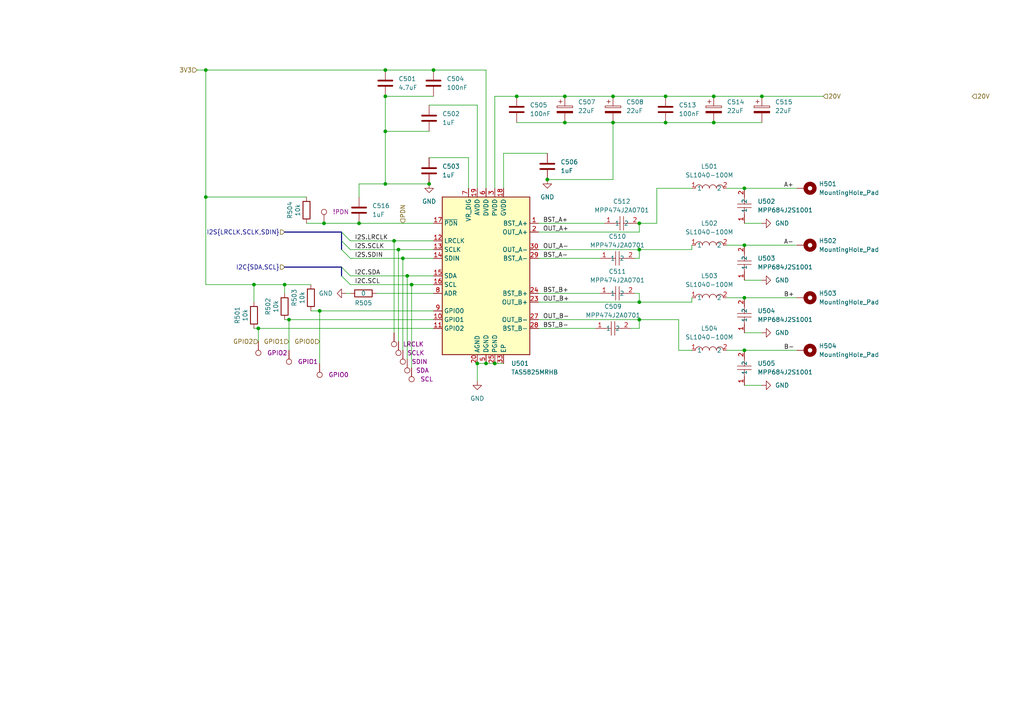
<source format=kicad_sch>
(kicad_sch (version 20231120) (generator "eeschema") (generator_version "8.0")
  (paper "A4")
  (lib_symbols
    (symbol "Amplifier_Audio:TAS5825MRHB"
      (property "Reference" "U" (at -11.43 24.13 0))
      (property "Value" "TAS5825MRHB" (at 13.97 24.13 0))
      (symbol "TAS5825MRHB_0_1"
        (rectangle (start -12.7 22.86) (end 12.7 -22.86) (stroke (width 0.254)) (fill (type background)))
      )
      (symbol "TAS5825MRHB_1_1"
        (pin passive line (at 15.24 15.24 180) (length 2.54) (name "BST_A+") (number "1"))
        (pin bidirectional line (at -15.24 -12.7 0) (length 2.54) (name "GPIO1") (number "10"))
        (pin bidirectional line (at -15.24 -15.24 0) (length 2.54) (name "GPIO2") (number "11"))
        (pin input line (at -15.24 10.16 0) (length 2.54) (name "LRCLK") (number "12"))
        (pin input line (at -15.24 7.62 0) (length 2.54) (name "SCLK") (number "13"))
        (pin input line (at -15.24 5.08 0) (length 2.54) (name "SDIN") (number "14"))
        (pin bidirectional line (at -15.24 0 0) (length 2.54) (name "SDA") (number "15"))
        (pin input line (at -15.24 -2.54 0) (length 2.54) (name "SCL") (number "16"))
        (pin input line (at -15.24 15.24 0) (length 2.54) (name "~{PDN}") (number "17"))
        (pin passive line (at 5.08 25.4 270) (length 2.54) (name "GVDD") (number "18"))
        (pin passive line (at -2.54 25.4 270) (length 2.54) (name "AVDD") (number "19"))
        (pin output line (at 15.24 12.7 180) (length 2.54) (name "OUT_A+") (number "2"))
        (pin power_in line (at -2.54 -25.4 90) (length 2.54) (name "AGND") (number "20"))
        (pin passive line (at 2.54 25.4 270) (length 2.54) hide (name "PVDD") (number "21"))
        (pin passive line (at 2.54 25.4 270) (length 2.54) hide (name "PVDD") (number "22"))
        (pin output line (at 15.24 -7.62 180) (length 2.54) (name "OUT_B+") (number "23"))
        (pin passive line (at 15.24 -5.08 180) (length 2.54) (name "BST_B+") (number "24"))
        (pin power_in line (at 2.54 -25.4 90) (length 2.54) (name "PGND") (number "25"))
        (pin passive line (at 2.54 -25.4 90) (length 2.54) hide (name "PGND") (number "26"))
        (pin output line (at 15.24 -12.7 180) (length 2.54) (name "OUT_B-") (number "27"))
        (pin passive line (at 15.24 -15.24 180) (length 2.54) (name "BST_B-") (number "28"))
        (pin passive line (at 15.24 5.08 180) (length 2.54) (name "BST_A-") (number "29"))
        (pin power_in line (at 2.54 25.4 270) (length 2.54) (name "PVDD") (number "3"))
        (pin output line (at 15.24 7.62 180) (length 2.54) (name "OUT_A-") (number "30"))
        (pin passive line (at 2.54 -25.4 90) (length 2.54) hide (name "PGND") (number "31"))
        (pin passive line (at 2.54 -25.4 90) (length 2.54) hide (name "PGND") (number "32"))
        (pin passive line (at 5.08 -25.4 90) (length 2.54) (name "EP") (number "33"))
        (pin passive line (at 2.54 25.4 270) (length 2.54) hide (name "PVDD") (number "4"))
        (pin power_in line (at 0 -25.4 90) (length 2.54) (name "DGND") (number "5"))
        (pin power_in line (at 0 25.4 270) (length 2.54) (name "DVDD") (number "6"))
        (pin passive line (at -5.08 25.4 270) (length 2.54) (name "VR_DIG") (number "7"))
        (pin passive line (at -15.24 -5.08 0) (length 2.54) (name "ADR") (number "8"))
        (pin bidirectional line (at -15.24 -10.16 0) (length 2.54) (name "GPIO0") (number "9"))
      )
    )
    (symbol "Device:C" (pin_numbers hide) (pin_names (offset 0.254))
      (property "Reference" "C" (at 0.635 2.54 0))
      (property "Value" "C" (at 0.635 -2.54 0))
      (symbol "C_0_1"
        (polyline (pts (xy -2.032 -0.762) (xy 2.032 -0.762)) (stroke (width 0.508)))
        (polyline (pts (xy -2.032 0.762) (xy 2.032 0.762)) (stroke (width 0.508)))
      )
      (symbol "C_1_1"
        (pin passive line (at 0 3.81 270) (length 2.794) (name "~") (number "1"))
        (pin passive line (at 0 -3.81 90) (length 2.794) (name "~") (number "2"))
      )
    )
    (symbol "Device:C_Polarized" (pin_numbers hide) (pin_names (offset 0.254))
      (property "Reference" "C" (at 0.635 2.54 0))
      (property "Value" "C_Polarized" (at 0.635 -2.54 0))
      (symbol "C_Polarized_0_1"
        (rectangle (start -2.286 0.508) (end 2.286 1.016))
        (polyline (pts (xy -1.778 2.286) (xy -0.762 2.286)))
        (polyline (pts (xy -1.27 2.794) (xy -1.27 1.778)))
        (rectangle (start 2.286 -0.508) (end -2.286 -1.016) (fill (type outline)))
      )
      (symbol "C_Polarized_1_1"
        (pin passive line (at 0 3.81 270) (length 2.794) (name "~") (number "1"))
        (pin passive line (at 0 -3.81 90) (length 2.794) (name "~") (number "2"))
      )
    )
    (symbol "Device:R" (pin_numbers hide) (pin_names (offset 0))
      (property "Reference" "R" (at 2.032 0 90))
      (property "Value" "R" (at 0 0 90))
      (symbol "R_0_1"
        (rectangle (start -1.016 -2.54) (end 1.016 2.54) (stroke (width 0.254)))
      )
      (symbol "R_1_1"
        (pin passive line (at 0 3.81 270) (length 1.27) (name "~") (number "1"))
        (pin passive line (at 0 -3.81 90) (length 1.27) (name "~") (number "2"))
      )
    )
    (symbol "Mechanical:MountingHole_Pad" (pin_numbers hide) (pin_names (offset 1.016) hide) (exclude_from_sim yes) (in_bom no)
      (property "Reference" "H" (at 0 6.35 0))
      (property "Value" "MountingHole_Pad" (at 0 4.445 0))
      (symbol "MountingHole_Pad_0_1"
        (circle (center 0 1.27) (radius 1.27) (stroke (width 1.27)))
      )
      (symbol "MountingHole_Pad_1_1"
        (pin input line (at 0 -2.54 90) (length 2.54) (name "1") (number "1"))
      )
    )
    (symbol "easyeda2kicad:LabeledTestPoint" (pin_numbers hide) (pin_names (offset 0.762) hide) (in_bom no)
      (property "Label" "label" (at 0 5.08 0))
      (symbol "LabeledTestPoint_0_1"
        (circle (center 0 3.302) (radius 0.762))
      )
      (symbol "LabeledTestPoint_1_1"
        (pin passive line (at 0 0 90) (length 2.54) (name "1") (number "1"))
      )
    )
    (symbol "easyeda2kicad:MPP474J2A0701"
      (property "Reference" "C" (at 0 5.08 0))
      (property "Value" "MPP474J2A0701" (at 0 -5.08 0))
      (symbol "MPP474J2A0701_0_1"
        (polyline (pts (xy -0.51 -2.03) (xy -0.51 2.03)))
        (polyline (pts (xy -0.51 0) (xy -2.54 0)))
        (polyline (pts (xy 0.51 2.03) (xy 0.51 -2.03)))
        (polyline (pts (xy 2.54 0) (xy 0.51 0)))
        (pin unspecified line (at -5.08 0 0) (length 2.54) (name "1") (number "1"))
        (pin unspecified line (at 5.08 0 180) (length 2.54) (name "2") (number "2"))
      )
    )
    (symbol "easyeda2kicad:MPP684J2S1001"
      (property "Reference" "U" (at 0 5.08 0))
      (property "Value" "MPP684J2S1001" (at 0 -5.08 0))
      (symbol "MPP684J2S1001_0_1"
        (polyline (pts (xy -0.51 -2.03) (xy -0.51 2.03)))
        (polyline (pts (xy -0.51 0) (xy -2.54 0)))
        (polyline (pts (xy 0.51 2.03) (xy 0.51 -2.03)))
        (polyline (pts (xy 2.54 0) (xy 0.51 0)))
        (pin unspecified line (at -5.08 0 0) (length 2.54) (name "1") (number "1"))
        (pin unspecified line (at 5.08 0 180) (length 2.54) (name "2") (number "2"))
      )
    )
    (symbol "easyeda2kicad:SL1040-100M"
      (property "Reference" "L" (at 0 5.08 0))
      (property "Value" "SL1040-100M" (at 0 -5.08 0))
      (symbol "SL1040-100M_0_1"
        (arc (start -2.03 0.01) (mid -3.055 1.013) (end -4.06 -0.01))
        (arc (start 0 0.01) (mid -1.025 1.013) (end -2.03 -0.01))
        (arc (start 2.03 0.01) (mid 1.005 1.013) (end 0 -0.01))
        (arc (start 4.06 0.01) (mid 3.035 1.013) (end 2.03 -0.01))
        (pin unspecified line (at -5.08 0 0) (length 1.016) (name "1") (number "1"))
        (pin unspecified line (at 5.08 0 180) (length 1.016) (name "2") (number "2"))
      )
    )
    (symbol "power:GND" (power) (pin_numbers hide) (pin_names (offset 0) hide)
      (property "Value" "GND" (at 0 -3.81 0))
      (symbol "GND_0_1"
        (polyline (pts (xy 0 0) (xy 0 -1.27) (xy 1.27 -1.27) (xy 0 -2.54) (xy -1.27 -1.27) (xy 0 -1.27)))
      )
      (symbol "GND_1_1"
        (pin power_in line (at 0 0 270) (length 0) (name "~") (number "1"))
      )
    )
  )
  (junction (at 93.98 64.77))
  (junction (at 163.83 35.56))
  (junction (at 158.75 52.07))
  (junction (at 140.97 105.41))
  (junction (at 111.76 27.94))
  (junction (at 163.83 27.94))
  (junction (at 119.38 82.55))
  (junction (at 177.8 27.94))
  (junction (at 92.71 90.17))
  (junction (at 114.3 69.85))
  (junction (at 111.76 38.1))
  (junction (at 59.69 20.32))
  (junction (at 83.82 92.71))
  (junction (at 115.57 72.39))
  (junction (at 73.66 82.55))
  (junction (at 185.42 72.39))
  (junction (at 138.43 105.41))
  (junction (at 185.42 64.77))
  (junction (at 215.9 86.36))
  (junction (at 220.98 27.94))
  (junction (at 143.51 105.41))
  (junction (at 177.8 35.56))
  (junction (at 116.84 74.93))
  (junction (at 193.04 35.56))
  (junction (at 59.69 57.15))
  (junction (at 207.01 27.94))
  (junction (at 118.11 80.01))
  (junction (at 111.76 20.32))
  (junction (at 111.76 53.34))
  (junction (at 149.86 27.94))
  (junction (at 215.9 101.6))
  (junction (at 185.42 87.63))
  (junction (at 124.46 53.34))
  (junction (at 74.93 95.25))
  (junction (at 193.04 27.94))
  (junction (at 125.73 20.32))
  (junction (at 82.55 82.55))
  (junction (at 215.9 54.61))
  (junction (at 215.9 71.12))
  (junction (at 207.01 35.56))
  (junction (at 104.14 64.77))
  (junction (at 185.42 92.71))
  (bus_entry (at 99.06 67.31) (size 2.54 2.54))
  (bus_entry (at 99.06 72.39) (size 2.54 2.54))
  (bus_entry (at 99.06 77.47) (size 2.54 2.54))
  (bus_entry (at 99.06 69.85) (size 2.54 2.54))
  (bus_entry (at 99.06 80.01) (size 2.54 2.54))
  (wire (pts (xy 135.89 54.61) (xy 135.89 45.72)))
  (wire (pts (xy 185.42 74.93) (xy 185.42 72.39)))
  (wire (pts (xy 124.46 38.1) (xy 111.76 38.1)))
  (wire (pts (xy 200.66 87.63) (xy 200.66 86.36)))
  (wire (pts (xy 200.66 72.39) (xy 200.66 71.12)))
  (wire (pts (xy 193.04 35.56) (xy 207.01 35.56)))
  (wire (pts (xy 101.6 74.93) (xy 116.84 74.93)))
  (wire (pts (xy 215.9 96.52) (xy 220.98 96.52)))
  (wire (pts (xy 59.69 57.15) (xy 59.69 20.32)))
  (bus (pts (xy 82.55 67.31) (xy 99.06 67.31)))
  (wire (pts (xy 143.51 27.94) (xy 143.51 54.61)))
  (wire (pts (xy 143.51 105.41) (xy 146.05 105.41)))
  (bus (pts (xy 99.06 69.85) (xy 99.06 72.39)))
  (wire (pts (xy 119.38 82.55) (xy 125.73 82.55)))
  (wire (pts (xy 138.43 105.41) (xy 140.97 105.41)))
  (wire (pts (xy 90.17 90.17) (xy 92.71 90.17)))
  (wire (pts (xy 82.55 82.55) (xy 73.66 82.55)))
  (wire (pts (xy 59.69 82.55) (xy 59.69 57.15)))
  (wire (pts (xy 115.57 72.39) (xy 115.57 99.06)))
  (wire (pts (xy 101.6 80.01) (xy 118.11 80.01)))
  (wire (pts (xy 73.66 82.55) (xy 59.69 82.55)))
  (bus (pts (xy 99.06 77.47) (xy 99.06 80.01)))
  (wire (pts (xy 101.6 69.85) (xy 114.3 69.85)))
  (wire (pts (xy 177.8 52.07) (xy 158.75 52.07)))
  (wire (pts (xy 92.71 90.17) (xy 92.71 105.41)))
  (wire (pts (xy 220.98 27.94) (xy 238.76 27.94)))
  (wire (pts (xy 74.93 95.25) (xy 74.93 99.06)))
  (wire (pts (xy 101.6 72.39) (xy 115.57 72.39)))
  (wire (pts (xy 92.71 90.17) (xy 125.73 90.17)))
  (wire (pts (xy 215.9 71.12) (xy 231.14 71.12)))
  (wire (pts (xy 73.66 95.25) (xy 74.93 95.25)))
  (wire (pts (xy 90.17 82.55) (xy 82.55 82.55)))
  (wire (pts (xy 156.21 87.63) (xy 185.42 87.63)))
  (wire (pts (xy 156.21 74.93) (xy 173.99 74.93)))
  (wire (pts (xy 207.01 27.94) (xy 220.98 27.94)))
  (wire (pts (xy 190.5 64.77) (xy 185.42 64.77)))
  (wire (pts (xy 210.82 54.61) (xy 215.9 54.61)))
  (wire (pts (xy 163.83 35.56) (xy 177.8 35.56)))
  (wire (pts (xy 215.9 86.36) (xy 231.14 86.36)))
  (wire (pts (xy 185.42 95.25) (xy 185.42 92.71)))
  (wire (pts (xy 177.8 35.56) (xy 177.8 52.07)))
  (wire (pts (xy 193.04 27.94) (xy 207.01 27.94)))
  (wire (pts (xy 138.43 105.41) (xy 138.43 110.49)))
  (wire (pts (xy 156.21 92.71) (xy 185.42 92.71)))
  (wire (pts (xy 163.83 27.94) (xy 177.8 27.94)))
  (wire (pts (xy 100.33 85.09) (xy 101.6 85.09)))
  (wire (pts (xy 118.11 80.01) (xy 125.73 80.01)))
  (wire (pts (xy 140.97 20.32) (xy 125.73 20.32)))
  (wire (pts (xy 74.93 95.25) (xy 125.73 95.25)))
  (wire (pts (xy 210.82 101.6) (xy 215.9 101.6)))
  (wire (pts (xy 140.97 54.61) (xy 140.97 20.32)))
  (wire (pts (xy 83.82 92.71) (xy 125.73 92.71)))
  (wire (pts (xy 177.8 35.56) (xy 193.04 35.56)))
  (wire (pts (xy 210.82 86.36) (xy 215.9 86.36)))
  (wire (pts (xy 59.69 20.32) (xy 111.76 20.32)))
  (wire (pts (xy 215.9 101.6) (xy 231.14 101.6)))
  (wire (pts (xy 185.42 72.39) (xy 200.66 72.39)))
  (wire (pts (xy 138.43 30.48) (xy 124.46 30.48)))
  (wire (pts (xy 59.69 57.15) (xy 88.9 57.15)))
  (wire (pts (xy 83.82 92.71) (xy 83.82 101.6)))
  (wire (pts (xy 190.5 64.77) (xy 190.5 54.61)))
  (wire (pts (xy 207.01 35.56) (xy 220.98 35.56)))
  (wire (pts (xy 140.97 105.41) (xy 143.51 105.41)))
  (wire (pts (xy 156.21 85.09) (xy 173.99 85.09)))
  (wire (pts (xy 57.15 20.32) (xy 59.69 20.32)))
  (wire (pts (xy 114.3 69.85) (xy 125.73 69.85)))
  (wire (pts (xy 88.9 64.77) (xy 93.98 64.77)))
  (wire (pts (xy 156.21 67.31) (xy 185.42 67.31)))
  (wire (pts (xy 185.42 85.09) (xy 185.42 87.63)))
  (wire (pts (xy 115.57 72.39) (xy 125.73 72.39)))
  (wire (pts (xy 73.66 82.55) (xy 73.66 87.63)))
  (wire (pts (xy 109.22 85.09) (xy 125.73 85.09)))
  (wire (pts (xy 101.6 82.55) (xy 119.38 82.55)))
  (wire (pts (xy 177.8 27.94) (xy 193.04 27.94)))
  (wire (pts (xy 138.43 54.61) (xy 138.43 30.48)))
  (wire (pts (xy 156.21 64.77) (xy 175.26 64.77)))
  (wire (pts (xy 215.9 54.61) (xy 231.14 54.61)))
  (wire (pts (xy 111.76 53.34) (xy 124.46 53.34)))
  (wire (pts (xy 184.15 85.09) (xy 185.42 85.09)))
  (wire (pts (xy 215.9 81.28) (xy 220.98 81.28)))
  (wire (pts (xy 111.76 20.32) (xy 125.73 20.32)))
  (wire (pts (xy 93.98 64.77) (xy 104.14 64.77)))
  (wire (pts (xy 111.76 38.1) (xy 111.76 53.34)))
  (bus (pts (xy 82.55 77.47) (xy 99.06 77.47)))
  (wire (pts (xy 196.85 101.6) (xy 200.66 101.6)))
  (wire (pts (xy 104.14 57.15) (xy 104.14 53.34)))
  (wire (pts (xy 185.42 92.71) (xy 196.85 92.71)))
  (wire (pts (xy 104.14 64.77) (xy 125.73 64.77)))
  (wire (pts (xy 182.88 95.25) (xy 185.42 95.25)))
  (wire (pts (xy 116.84 74.93) (xy 116.84 101.6)))
  (wire (pts (xy 82.55 82.55) (xy 82.55 85.09)))
  (wire (pts (xy 114.3 69.85) (xy 114.3 96.52)))
  (wire (pts (xy 149.86 27.94) (xy 163.83 27.94)))
  (wire (pts (xy 185.42 67.31) (xy 185.42 64.77)))
  (bus (pts (xy 99.06 67.31) (xy 99.06 69.85)))
  (wire (pts (xy 119.38 82.55) (xy 119.38 106.68)))
  (wire (pts (xy 190.5 54.61) (xy 200.66 54.61)))
  (wire (pts (xy 184.15 74.93) (xy 185.42 74.93)))
  (wire (pts (xy 116.84 74.93) (xy 125.73 74.93)))
  (wire (pts (xy 210.82 71.12) (xy 215.9 71.12)))
  (wire (pts (xy 215.9 64.77) (xy 220.98 64.77)))
  (wire (pts (xy 215.9 111.76) (xy 220.98 111.76)))
  (wire (pts (xy 156.21 72.39) (xy 185.42 72.39)))
  (wire (pts (xy 196.85 92.71) (xy 196.85 101.6)))
  (wire (pts (xy 149.86 35.56) (xy 163.83 35.56)))
  (wire (pts (xy 111.76 27.94) (xy 125.73 27.94)))
  (wire (pts (xy 118.11 80.01) (xy 118.11 104.14)))
  (wire (pts (xy 143.51 27.94) (xy 149.86 27.94)))
  (wire (pts (xy 104.14 53.34) (xy 111.76 53.34)))
  (wire (pts (xy 185.42 87.63) (xy 200.66 87.63)))
  (wire (pts (xy 156.21 95.25) (xy 172.72 95.25)))
  (wire (pts (xy 146.05 44.45) (xy 158.75 44.45)))
  (wire (pts (xy 82.55 92.71) (xy 83.82 92.71)))
  (wire (pts (xy 135.89 45.72) (xy 124.46 45.72)))
  (wire (pts (xy 146.05 54.61) (xy 146.05 44.45)))
  (wire (pts (xy 111.76 38.1) (xy 111.76 27.94)))
  (label "A-" (at 227.33 71.12 0))
  (label "OUT_B+" (at 157.48 87.63 0))
  (label "BST_B-" (at 157.48 95.25 0))
  (label "OUT_B-" (at 157.48 92.71 0))
  (label "BST_B+" (at 157.48 85.09 0))
  (label "I2S.LRCLK" (at 102.87 69.85 0))
  (label "I2C.SCL" (at 102.87 82.55 0))
  (label "BST_A-" (at 157.48 74.93 0))
  (label "B-" (at 227.33 101.6 0))
  (label "I2S.SCLK" (at 102.87 72.39 0))
  (label "I2S.SDIN" (at 102.87 74.93 0))
  (label "I2C.SDA" (at 102.87 80.01 0))
  (label "A+" (at 227.33 54.61 0))
  (label "OUT_A-" (at 157.48 72.39 0))
  (label "BST_A+" (at 157.48 64.77 0))
  (label "B+" (at 227.33 86.36 0))
  (label "OUT_A+" (at 157.48 67.31 0))
  (hierarchical_label "PDN" (shape input) (at 116.84 64.77 90))
  (hierarchical_label "GPIO1" (shape input) (at 83.82 99.06 180))
  (hierarchical_label "3V3" (shape input) (at 57.15 20.32 180))
  (hierarchical_label "GPIO2" (shape input) (at 74.93 99.06 180))
  (hierarchical_label "20V" (shape input) (at 281.94 27.94 0))
  (hierarchical_label "I2C{SDA,SCL}" (shape input) (at 82.55 77.47 180))
  (hierarchical_label "GPIO0" (shape input) (at 92.71 99.06 180))
  (hierarchical_label "I2S{LRCLK,SCLK,SDIN}" (shape input) (at 82.55 67.31 180))
  (hierarchical_label "20V" (shape input) (at 238.76 27.94 0))
  (symbol (lib_id "easyeda2kicad:MPP474J2A0701") (at 179.07 85.09 0) (unit 1)
    (property "Reference" "C511" (at 179.07 78.74 0))
    (property "Value" "MPP474J2A0701" (at 179.07 81.28 0))
    (property "Footprint" "easyeda2kicad:CAP-TH_L9.5-W3.7-P7.50-D0.5" (effects (hide yes)))
    (property "LCSC Part" "C3019096" (effects (hide yes)))
  )
  (symbol (lib_id "easyeda2kicad:SL1040-100M") (at 205.74 101.6 0) (unit 1)
    (property "Reference" "L504" (at 205.74 95.25 0))
    (property "Value" "SL1040-100M" (at 205.74 97.79 0))
    (property "Footprint" "easyeda2kicad:IND-SMD_L11.0-W10.2" (effects (hide yes)))
    (property "LCSC Part" "C22463839" (effects (hide yes)))
  )
  (symbol (lib_id "easyeda2kicad:LabeledTestPoint") (at 74.93 99.06 180) (unit 1) (in_bom no)
    (property "Reference" "TP501" (effects (hide yes)))
    (property "Value" "LabeledTestPoint" (effects (hide yes)))
    (property "Footprint" "easyeda2kicad:LabeledTestPoint" (effects (hide yes)))
    (property "Description" "test point" (effects (hide yes)))
    (property "Label" "GPIO2" (at 77.47 102.3619 0) (effects (justify right)))
  )
  (symbol (lib_id "power:GND") (at 220.98 64.77 90) (unit 1)
    (property "Reference" "#PWR0505" (effects (hide yes)))
    (property "Value" "GND" (at 224.79 64.7699 90) (effects (justify right)))
    (property "Description" "Power symbol creates a global label with name \"GND\" , ground" (effects (hide yes)))
  )
  (symbol (lib_id "easyeda2kicad:LabeledTestPoint") (at 83.82 101.6 180) (unit 1) (in_bom no)
    (property "Reference" "TP502" (effects (hide yes)))
    (property "Value" "LabeledTestPoint" (effects (hide yes)))
    (property "Footprint" "easyeda2kicad:LabeledTestPoint" (effects (hide yes)))
    (property "Description" "test point" (effects (hide yes)))
    (property "Label" "GPIO1" (at 86.36 104.9019 0) (effects (justify right)))
  )
  (symbol (lib_id "power:GND") (at 138.43 110.49 0) (unit 1)
    (property "Reference" "#PWR0503" (effects (hide yes)))
    (property "Value" "GND" (at 138.43 115.57 0))
    (property "Description" "Power symbol creates a global label with name \"GND\" , ground" (effects (hide yes)))
  )
  (symbol (lib_id "Device:R") (at 73.66 91.44 0) (unit 1)
    (property "Reference" "R501" (at 68.834 91.44 90))
    (property "Value" "10k" (at 71.12 91.44 90))
    (property "Footprint" "Resistor_SMD:R_0603_1608Metric" (effects (hide yes)))
    (property "Description" "Resistor" (effects (hide yes)))
  )
  (symbol (lib_id "power:GND") (at 158.75 52.07 0) (unit 1)
    (property "Reference" "#PWR0504" (effects (hide yes)))
    (property "Value" "GND" (at 158.75 57.15 0))
    (property "Description" "Power symbol creates a global label with name \"GND\" , ground" (effects (hide yes)))
  )
  (symbol (lib_id "Mechanical:MountingHole_Pad") (at 233.68 54.61 270) (unit 1) (exclude_from_sim yes) (in_bom no)
    (property "Reference" "H501" (at 237.49 53.3399 90) (effects (justify left)))
    (property "Value" "MountingHole_Pad" (at 237.49 55.8799 90) (effects (justify left)))
    (property "Footprint" "MountingHole:MountingHole_4mm_Pad_Via" (effects (hide yes)))
    (property "Description" "Mounting Hole with connection" (effects (hide yes)))
  )
  (symbol (lib_id "Device:R") (at 90.17 86.36 0) (unit 1)
    (property "Reference" "R503" (at 85.344 86.36 90))
    (property "Value" "10k" (at 87.63 86.36 90))
    (property "Footprint" "Resistor_SMD:R_0603_1608Metric" (effects (hide yes)))
    (property "Description" "Resistor" (effects (hide yes)))
  )
  (symbol (lib_id "Device:C_Polarized") (at 177.8 31.75 0) (unit 1)
    (property "Reference" "C508" (at 181.61 29.5909 0) (effects (justify left)))
    (property "Value" "22uF" (at 181.61 32.1309 0) (effects (justify left)))
    (property "Footprint" "Capacitor_SMD:C_Elec_5x5.8" (effects (hide yes)))
    (property "Description" "Polarized capacitor" (effects (hide yes)))
    (property "LCSC Part" "C336246" (effects (hide yes)))
  )
  (symbol (lib_id "Device:R") (at 82.55 88.9 0) (unit 1)
    (property "Reference" "R502" (at 77.724 88.9 90))
    (property "Value" "10k" (at 80.01 88.9 90))
    (property "Footprint" "Resistor_SMD:R_0603_1608Metric" (effects (hide yes)))
    (property "Description" "Resistor" (effects (hide yes)))
  )
  (symbol (lib_id "Device:C_Polarized") (at 220.98 31.75 0) (unit 1)
    (property "Reference" "C515" (at 224.79 29.5909 0) (effects (justify left)))
    (property "Value" "22uF" (at 224.79 32.1309 0) (effects (justify left)))
    (property "Footprint" "Capacitor_SMD:C_Elec_5x5.8" (effects (hide yes)))
    (property "Description" "Polarized capacitor" (effects (hide yes)))
    (property "LCSC Part" "C336246" (effects (hide yes)))
  )
  (symbol (lib_id "Device:C") (at 125.73 24.13 0) (unit 1)
    (property "Reference" "C504" (at 129.54 22.8599 0) (effects (justify left)))
    (property "Value" "100nF" (at 129.54 25.3999 0) (effects (justify left)))
    (property "Footprint" "Capacitor_SMD:C_0603_1608Metric" (effects (hide yes)))
    (property "Description" "Unpolarized capacitor" (effects (hide yes)))
  )
  (symbol (lib_id "Device:C_Polarized") (at 163.83 31.75 0) (unit 1)
    (property "Reference" "C507" (at 167.64 29.5909 0) (effects (justify left)))
    (property "Value" "22uF" (at 167.64 32.1309 0) (effects (justify left)))
    (property "Footprint" "Capacitor_SMD:C_Elec_5x5.8" (effects (hide yes)))
    (property "Description" "Polarized capacitor" (effects (hide yes)))
    (property "LCSC Part" "C336246" (effects (hide yes)))
  )
  (symbol (lib_id "easyeda2kicad:MPP684J2S1001") (at 215.9 59.69 90) (unit 1)
    (property "Reference" "U502" (at 219.71 58.4199 90) (effects (justify right)))
    (property "Value" "MPP684J2S1001" (at 219.71 60.9599 90) (effects (justify right)))
    (property "Footprint" "easyeda2kicad:CAP-TH_L12.0-W5.8-P10.00-D0.6" (effects (hide yes)))
    (property "LCSC Part" "C3019017" (effects (hide yes)))
  )
  (symbol (lib_id "Device:C") (at 193.04 31.75 0) (unit 1)
    (property "Reference" "C513" (at 196.85 30.4799 0) (effects (justify left)))
    (property "Value" "100nF" (at 196.85 33.0199 0) (effects (justify left)))
    (property "Footprint" "Capacitor_SMD:C_0603_1608Metric" (effects (hide yes)))
    (property "Description" "Unpolarized capacitor" (effects (hide yes)))
  )
  (symbol (lib_id "easyeda2kicad:SL1040-100M") (at 205.74 71.12 0) (unit 1)
    (property "Reference" "L502" (at 205.74 64.77 0))
    (property "Value" "SL1040-100M" (at 205.74 67.31 0))
    (property "Footprint" "easyeda2kicad:IND-SMD_L11.0-W10.2" (effects (hide yes)))
    (property "LCSC Part" "C22463839" (effects (hide yes)))
  )
  (symbol (lib_id "Mechanical:MountingHole_Pad") (at 233.68 86.36 270) (unit 1) (exclude_from_sim yes) (in_bom no)
    (property "Reference" "H503" (at 237.49 85.0899 90) (effects (justify left)))
    (property "Value" "MountingHole_Pad" (at 237.49 87.6299 90) (effects (justify left)))
    (property "Footprint" "MountingHole:MountingHole_4mm_Pad_Via" (effects (hide yes)))
    (property "Description" "Mounting Hole with connection" (effects (hide yes)))
  )
  (symbol (lib_id "easyeda2kicad:LabeledTestPoint") (at 93.98 64.77 0) (unit 1) (in_bom no)
    (property "Reference" "TP509" (effects (hide yes)))
    (property "Value" "LabeledTestPoint" (effects (hide yes)))
    (property "Footprint" "easyeda2kicad:LabeledTestPoint" (effects (hide yes)))
    (property "Description" "test point" (effects (hide yes)))
    (property "Label" "!PDN" (at 96.52 61.4679 0) (effects (justify left)))
  )
  (symbol (lib_id "Device:C") (at 104.14 60.96 0) (unit 1)
    (property "Reference" "C516" (at 107.95 59.6899 0) (effects (justify left)))
    (property "Value" "1uF" (at 107.95 62.2299 0) (effects (justify left)))
    (property "Footprint" "Capacitor_SMD:C_0603_1608Metric" (effects (hide yes)))
    (property "Description" "Unpolarized capacitor" (effects (hide yes)))
  )
  (symbol (lib_id "power:GND") (at 220.98 81.28 90) (unit 1)
    (property "Reference" "#PWR0506" (effects (hide yes)))
    (property "Value" "GND" (at 224.79 81.2799 90) (effects (justify right)))
    (property "Description" "Power symbol creates a global label with name \"GND\" , ground" (effects (hide yes)))
  )
  (symbol (lib_id "power:GND") (at 220.98 96.52 90) (unit 1)
    (property "Reference" "#PWR0507" (effects (hide yes)))
    (property "Value" "GND" (at 224.79 96.5199 90) (effects (justify right)))
    (property "Description" "Power symbol creates a global label with name \"GND\" , ground" (effects (hide yes)))
  )
  (symbol (lib_id "easyeda2kicad:LabeledTestPoint") (at 114.3 96.52 180) (unit 1) (in_bom no)
    (property "Reference" "TP504" (effects (hide yes)))
    (property "Value" "LabeledTestPoint" (effects (hide yes)))
    (property "Footprint" "easyeda2kicad:LabeledTestPoint" (effects (hide yes)))
    (property "Description" "test point" (effects (hide yes)))
    (property "Label" "LRCLK" (at 116.84 99.8219 0) (effects (justify right)))
  )
  (symbol (lib_id "easyeda2kicad:LabeledTestPoint") (at 119.38 106.68 180) (unit 1) (in_bom no)
    (property "Reference" "TP508" (effects (hide yes)))
    (property "Value" "LabeledTestPoint" (effects (hide yes)))
    (property "Footprint" "easyeda2kicad:LabeledTestPoint" (effects (hide yes)))
    (property "Description" "test point" (effects (hide yes)))
    (property "Label" "SCL" (at 121.92 109.9819 0) (effects (justify right)))
  )
  (symbol (lib_id "power:GND") (at 124.46 53.34 0) (unit 1)
    (property "Reference" "#PWR0502" (effects (hide yes)))
    (property "Value" "GND" (at 124.46 58.42 0))
    (property "Description" "Power symbol creates a global label with name \"GND\" , ground" (effects (hide yes)))
  )
  (symbol (lib_id "Device:R") (at 105.41 85.09 270) (unit 1)
    (property "Reference" "R505" (at 105.41 87.884 90))
    (property "Value" "0" (at 105.41 85.09 90))
    (property "Footprint" "Resistor_SMD:R_0603_1608Metric" (effects (hide yes)))
    (property "Description" "Resistor" (effects (hide yes)))
  )
  (symbol (lib_id "Device:C") (at 111.76 24.13 0) (unit 1)
    (property "Reference" "C501" (at 115.57 22.8599 0) (effects (justify left)))
    (property "Value" "4.7uF" (at 115.57 25.3999 0) (effects (justify left)))
    (property "Footprint" "Capacitor_SMD:C_0603_1608Metric" (effects (hide yes)))
    (property "Description" "Unpolarized capacitor" (effects (hide yes)))
  )
  (symbol (lib_id "Device:R") (at 88.9 60.96 0) (unit 1)
    (property "Reference" "R504" (at 84.074 60.96 90))
    (property "Value" "10k" (at 86.36 60.96 90))
    (property "Footprint" "Resistor_SMD:R_0603_1608Metric" (effects (hide yes)))
    (property "Description" "Resistor" (effects (hide yes)))
  )
  (symbol (lib_id "easyeda2kicad:MPP474J2A0701") (at 177.8 95.25 0) (unit 1)
    (property "Reference" "C509" (at 177.8 88.9 0))
    (property "Value" "MPP474J2A0701" (at 177.8 91.44 0))
    (property "Footprint" "easyeda2kicad:CAP-TH_L9.5-W3.7-P7.50-D0.5" (effects (hide yes)))
    (property "LCSC Part" "C3019096" (effects (hide yes)))
  )
  (symbol (lib_id "easyeda2kicad:SL1040-100M") (at 205.74 86.36 0) (unit 1)
    (property "Reference" "L503" (at 205.74 80.01 0))
    (property "Value" "SL1040-100M" (at 205.74 82.55 0))
    (property "Footprint" "easyeda2kicad:IND-SMD_L11.0-W10.2" (effects (hide yes)))
    (property "LCSC Part" "C22463839" (effects (hide yes)))
  )
  (symbol (lib_id "easyeda2kicad:MPP684J2S1001") (at 215.9 91.44 90) (unit 1)
    (property "Reference" "U504" (at 219.71 90.1699 90) (effects (justify right)))
    (property "Value" "MPP684J2S1001" (at 219.71 92.7099 90) (effects (justify right)))
    (property "Footprint" "easyeda2kicad:CAP-TH_L12.0-W5.8-P10.00-D0.6" (effects (hide yes)))
    (property "LCSC Part" "C3019017" (effects (hide yes)))
  )
  (symbol (lib_id "easyeda2kicad:MPP474J2A0701") (at 179.07 74.93 0) (unit 1)
    (property "Reference" "C510" (at 179.07 68.58 0))
    (property "Value" "MPP474J2A0701" (at 179.07 71.12 0))
    (property "Footprint" "easyeda2kicad:CAP-TH_L9.5-W3.7-P7.50-D0.5" (effects (hide yes)))
    (property "LCSC Part" "C3019096" (effects (hide yes)))
  )
  (symbol (lib_id "Mechanical:MountingHole_Pad") (at 233.68 101.6 270) (unit 1) (exclude_from_sim yes) (in_bom no)
    (property "Reference" "H504" (at 237.49 100.3299 90) (effects (justify left)))
    (property "Value" "MountingHole_Pad" (at 237.49 102.8699 90) (effects (justify left)))
    (property "Footprint" "MountingHole:MountingHole_4mm_Pad_Via" (effects (hide yes)))
    (property "Description" "Mounting Hole with connection" (effects (hide yes)))
  )
  (symbol (lib_id "easyeda2kicad:LabeledTestPoint") (at 115.57 99.06 180) (unit 1) (in_bom no)
    (property "Reference" "TP505" (effects (hide yes)))
    (property "Value" "LabeledTestPoint" (effects (hide yes)))
    (property "Footprint" "easyeda2kicad:LabeledTestPoint" (effects (hide yes)))
    (property "Description" "test point" (effects (hide yes)))
    (property "Label" "SCLK" (at 118.11 102.3619 0) (effects (justify right)))
  )
  (symbol (lib_id "easyeda2kicad:MPP474J2A0701") (at 180.34 64.77 0) (unit 1)
    (property "Reference" "C512" (at 180.34 58.42 0))
    (property "Value" "MPP474J2A0701" (at 180.34 60.96 0))
    (property "Footprint" "easyeda2kicad:CAP-TH_L9.5-W3.7-P7.50-D0.5" (effects (hide yes)))
    (property "LCSC Part" "C3019096" (effects (hide yes)))
  )
  (symbol (lib_id "Device:C") (at 124.46 34.29 0) (unit 1)
    (property "Reference" "C502" (at 128.27 33.0199 0) (effects (justify left)))
    (property "Value" "1uF" (at 128.27 35.5599 0) (effects (justify left)))
    (property "Footprint" "Capacitor_SMD:C_0603_1608Metric" (effects (hide yes)))
    (property "Description" "Unpolarized capacitor" (effects (hide yes)))
  )
  (symbol (lib_id "easyeda2kicad:LabeledTestPoint") (at 92.71 105.41 180) (unit 1) (in_bom no)
    (property "Reference" "TP503" (effects (hide yes)))
    (property "Value" "LabeledTestPoint" (effects (hide yes)))
    (property "Footprint" "easyeda2kicad:LabeledTestPoint" (effects (hide yes)))
    (property "Description" "test point" (effects (hide yes)))
    (property "Label" "GPIO0" (at 95.25 108.7119 0) (effects (justify right)))
  )
  (symbol (lib_id "easyeda2kicad:MPP684J2S1001") (at 215.9 106.68 90) (unit 1)
    (property "Reference" "U505" (at 219.71 105.4099 90) (effects (justify right)))
    (property "Value" "MPP684J2S1001" (at 219.71 107.9499 90) (effects (justify right)))
    (property "Footprint" "easyeda2kicad:CAP-TH_L12.0-W5.8-P10.00-D0.6" (effects (hide yes)))
    (property "LCSC Part" "C3019017" (effects (hide yes)))
  )
  (symbol (lib_id "Device:C") (at 158.75 48.26 0) (unit 1)
    (property "Reference" "C506" (at 162.56 46.9899 0) (effects (justify left)))
    (property "Value" "1uF" (at 162.56 49.5299 0) (effects (justify left)))
    (property "Footprint" "Capacitor_SMD:C_0603_1608Metric" (effects (hide yes)))
    (property "Description" "Unpolarized capacitor" (effects (hide yes)))
  )
  (symbol (lib_id "power:GND") (at 100.33 85.09 270) (unit 1)
    (property "Reference" "#PWR0501" (effects (hide yes)))
    (property "Value" "GND" (at 96.52 85.0899 90) (effects (justify right)))
    (property "Description" "Power symbol creates a global label with name \"GND\" , ground" (effects (hide yes)))
  )
  (symbol (lib_id "easyeda2kicad:SL1040-100M") (at 205.74 54.61 0) (unit 1)
    (property "Reference" "L501" (at 205.74 48.26 0))
    (property "Value" "SL1040-100M" (at 205.74 50.8 0))
    (property "Footprint" "easyeda2kicad:IND-SMD_L11.0-W10.2" (effects (hide yes)))
    (property "LCSC Part" "C22463839" (effects (hide yes)))
  )
  (symbol (lib_id "Device:C") (at 149.86 31.75 0) (unit 1)
    (property "Reference" "C505" (at 153.67 30.4799 0) (effects (justify left)))
    (property "Value" "100nF" (at 153.67 33.0199 0) (effects (justify left)))
    (property "Footprint" "Capacitor_SMD:C_0603_1608Metric" (effects (hide yes)))
    (property "Description" "Unpolarized capacitor" (effects (hide yes)))
  )
  (symbol (lib_id "easyeda2kicad:LabeledTestPoint") (at 116.84 101.6 180) (unit 1) (in_bom no)
    (property "Reference" "TP506" (effects (hide yes)))
    (property "Value" "LabeledTestPoint" (effects (hide yes)))
    (property "Footprint" "easyeda2kicad:LabeledTestPoint" (effects (hide yes)))
    (property "Description" "test point" (effects (hide yes)))
    (property "Label" "SDIN" (at 119.38 104.9019 0) (effects (justify right)))
  )
  (symbol (lib_id "power:GND") (at 220.98 111.76 90) (unit 1)
    (property "Reference" "#PWR0508" (effects (hide yes)))
    (property "Value" "GND" (at 224.79 111.7599 90) (effects (justify right)))
    (property "Description" "Power symbol creates a global label with name \"GND\" , ground" (effects (hide yes)))
  )
  (symbol (lib_id "Device:C_Polarized") (at 207.01 31.75 0) (unit 1)
    (property "Reference" "C514" (at 210.82 29.5909 0) (effects (justify left)))
    (property "Value" "22uF" (at 210.82 32.1309 0) (effects (justify left)))
    (property "Footprint" "Capacitor_SMD:C_Elec_5x5.8" (effects (hide yes)))
    (property "Description" "Polarized capacitor" (effects (hide yes)))
    (property "LCSC Part" "C336246" (effects (hide yes)))
  )
  (symbol (lib_id "Amplifier_Audio:TAS5825MRHB") (at 140.97 80.01 0) (unit 1)
    (property "Reference" "U501" (at 148.2441 105.41 0) (effects (justify left)))
    (property "Value" "TAS5825MRHB" (at 148.2441 107.95 0) (effects (justify left)))
    (property "Footprint" "Package_DFN_QFN:VQFN-32-1EP_5x5mm_P0.5mm_EP3.1x3.1mm" (effects (hide yes)))
    (property "Datasheet" "www.ti.com/lit/ds/symlink/tas5825m.pdf" (effects (hide yes)))
    (property "Description" "38-W Stereo, Inductor-Less, Digital Input, Closed-Loop Class-D Audio Amplifier with 192-kHz Extended Audio Processing, VQFN-32" (effects (hide yes)))
  )
  (symbol (lib_id "Mechanical:MountingHole_Pad") (at 233.68 71.12 270) (unit 1) (exclude_from_sim yes) (in_bom no)
    (property "Reference" "H502" (at 237.49 69.8499 90) (effects (justify left)))
    (property "Value" "MountingHole_Pad" (at 237.49 72.3899 90) (effects (justify left)))
    (property "Footprint" "MountingHole:MountingHole_4mm_Pad_Via" (effects (hide yes)))
    (property "Description" "Mounting Hole with connection" (effects (hide yes)))
  )
  (symbol (lib_id "easyeda2kicad:MPP684J2S1001") (at 215.9 76.2 90) (unit 1)
    (property "Reference" "U503" (at 219.71 74.9299 90) (effects (justify right)))
    (property "Value" "MPP684J2S1001" (at 219.71 77.4699 90) (effects (justify right)))
    (property "Footprint" "easyeda2kicad:CAP-TH_L12.0-W5.8-P10.00-D0.6" (effects (hide yes)))
    (property "LCSC Part" "C3019017" (effects (hide yes)))
  )
  (symbol (lib_id "Device:C") (at 124.46 49.53 0) (unit 1)
    (property "Reference" "C503" (at 128.27 48.2599 0) (effects (justify left)))
    (property "Value" "1uF" (at 128.27 50.7999 0) (effects (justify left)))
    (property "Footprint" "Capacitor_SMD:C_0603_1608Metric" (effects (hide yes)))
    (property "Description" "Unpolarized capacitor" (effects (hide yes)))
  )
  (symbol (lib_id "easyeda2kicad:LabeledTestPoint") (at 118.11 104.14 180) (unit 1) (in_bom no)
    (property "Reference" "TP507" (effects (hide yes)))
    (property "Value" "LabeledTestPoint" (effects (hide yes)))
    (property "Footprint" "easyeda2kicad:LabeledTestPoint" (effects (hide yes)))
    (property "Description" "test point" (effects (hide yes)))
    (property "Label" "SDA" (at 120.65 107.4419 0) (effects (justify right)))
  )
)
</source>
